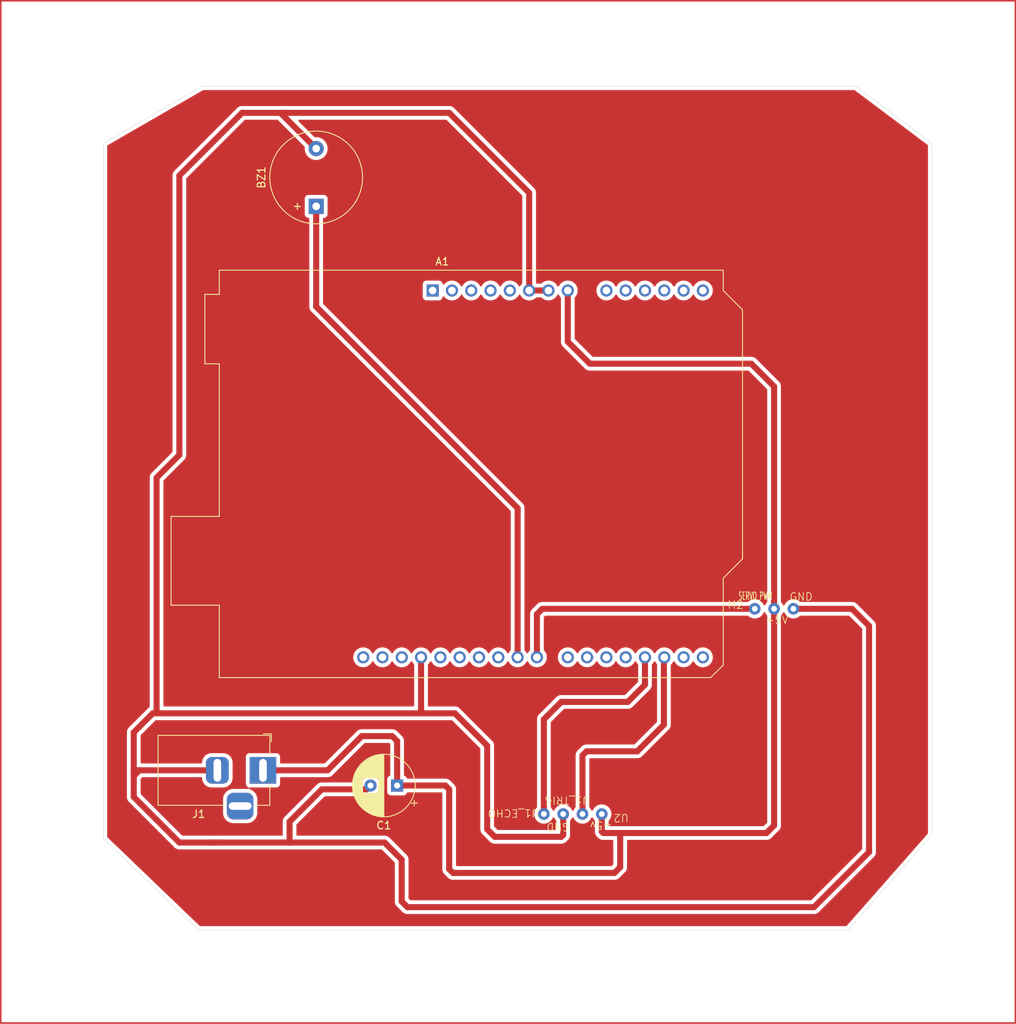
<source format=kicad_pcb>
(kicad_pcb (version 20240108) (generator "pcbnew") (generator_version "8.0")
  (layers (0 "F.Cu" signal) (31 "B.Cu" signal) (34 "B.Paste" user) (35 "F.Paste" user) (36 "B.SilkS" user "B.Silkscreen") (37 "F.SilkS" user "F.Silkscreen") (38 "B.Mask" user) (39 "F.Mask" user) (44 "Edge.Cuts" user))
  (net 0 "")
  (net 2 "/BUZZER")
  (net 3 "/U1_ECHO")
  (net 6 "GND")
  (net 8 "+5V")
  (net 12 "/U1_TRIG")
  (net 29 "/SERVO_PWM")
  (footprint "ultra_modify:ultra_mod" (layer "F.Cu") (at 142.12 125.75 180)
    (property "Reference" "U2" (at 0 -0.5 180) (layer "F.SilkS") (effects (font (thickness 0.1))))
    (property "Value" "Conn_01x04")
    (fp_text user "U1_TRIG" (at 4 2.4 180) (layer "F.SilkS") (effects (font (thickness 0.1)) (justify left bottom)))
    (fp_text user "GND" (at 6.7 -1.1 180) (layer "F.SilkS") (effects (font (thickness 0.1)) (justify left bottom)))
    (fp_text user "+5v" (at 1.1 -0.9 180) (layer "F.SilkS") (effects (font (thickness 0.1)) (justify left bottom)))
    (fp_text user "U1_ECHO" (at 10.7 0.7 180) (layer "F.SilkS") (effects (font (thickness 0.1)) (justify left bottom)))
    (pad "1" thru_hole circle (at 2.54 0 180) (size 1.524 1.524) (drill 0.762) (layers "*.Cu" "*.Mask") (net 8 "+5V"))
    (pad "2" thru_hole circle (at 5.08 0 180) (size 1.524 1.524) (drill 0.762) (layers "*.Cu" "*.Mask") (net 12 "/U1_TRIG"))
    (pad "3" thru_hole circle (at 7.62 0 180) (size 1.524 1.524) (drill 0.762) (layers "*.Cu" "*.Mask") (net 6 "GND"))
    (pad "4" thru_hole circle (at 10.16 0 180) (size 1.524 1.524) (drill 0.762) (layers "*.Cu" "*.Mask") (net 3 "/U1_ECHO"))
  )
  (footprint "Connector_BarrelJack:BarrelJack_Horizontal" (layer "F.Cu") (at 95 120)
    (property "Reference" "J1" (at -8.45 5.75 0) (layer "F.SilkS"))
    (property "Value" "~")
    (fp_line (start -13.8 -4.6) (end 0.9 -4.6) (stroke (width 0.12)) (layer "F.SilkS"))
    (fp_line (start -13.8 4.6) (end -13.8 -4.6) (stroke (width 0.12)) (layer "F.SilkS"))
    (fp_line (start -5 4.6) (end -13.8 4.6) (stroke (width 0.12)) (layer "F.SilkS"))
    (fp_line (start 0.05 -4.8) (end 1.1 -4.8) (stroke (width 0.12)) (layer "F.SilkS"))
    (fp_line (start 0.9 -4.6) (end 0.9 -2) (stroke (width 0.12)) (layer "F.SilkS"))
    (fp_line (start 0.9 1.9) (end 0.9 4.6) (stroke (width 0.12)) (layer "F.SilkS"))
    (fp_line (start 0.9 4.6) (end -1 4.6) (stroke (width 0.12)) (layer "F.SilkS"))
    (fp_line (start 1.1 -3.75) (end 1.1 -4.8) (stroke (width 0.12)) (layer "F.SilkS"))
    (pad "1" thru_hole rect (at 0 0) (size 3.5 3.5) (drill oval 1 3) (layers "*.Cu" "*.Mask") (net 8 "+5V"))
    (pad "2" thru_hole roundrect (at -6 0) (size 3 3.5) (drill oval 1 3) (layers "*.Cu" "*.Mask") (net 6 "GND"))
    (pad "3" thru_hole roundrect (at -3 4.7) (size 3.5 3.5) (drill oval 3 1) (layers "*.Cu" "*.Mask"))
  )
  (footprint "motorCCn:motor_cn" (layer "F.Cu") (at 157.17 98.75)
    (property "Reference" "M2" (at 0 -0.5 0) (layer "F.SilkS") (effects (font (thickness 0.1))))
    (property "Value" "Conn_01x03")
    (fp_text user "GND" (at 7.05 -1 0) (layer "F.SilkS") (effects (font (thickness 0.1)) (justify left bottom)))
    (fp_text user "+5V" (at 3.85 2.05 0) (layer "F.SilkS") (effects (font (thickness 0.1)) (justify left bottom)))
    (fp_text user "SERVO_PWM" (at 0.35 -1.1 0) (layer "F.SilkS") (effects (font (size 1 0.5) (thickness 0.1)) (justify left bottom)))
    (pad "1" thru_hole circle (at 2.54 0) (size 1.524 1.524) (drill 0.762) (layers "*.Cu" "*.Mask") (net 29 "/SERVO_PWM"))
    (pad "2" thru_hole circle (at 5.08 0) (size 1.524 1.524) (drill 0.762) (layers "*.Cu" "*.Mask") (net 8 "+5V"))
    (pad "3" thru_hole circle (at 7.62 0) (size 1.524 1.524) (drill 0.762) (layers "*.Cu" "*.Mask") (net 6 "GND"))
  )
  (footprint "Capacitor_THT:CP_Radial_D8.0mm_P3.50mm" (layer "F.Cu") (at 112.652651 122 180)
    (property "Reference" "C1" (at 1.75 -5.25 0) (layer "F.SilkS"))
    (property "Value" "100μf")
    (fp_line (start 5.831 -0.533) (end 5.831 0.533) (stroke (width 0.12)) (layer "F.SilkS"))
    (fp_line (start 5.791 -0.768) (end 5.791 0.768) (stroke (width 0.12)) (layer "F.SilkS"))
    (fp_line (start 5.751 -0.948) (end 5.751 0.948) (stroke (width 0.12)) (layer "F.SilkS"))
    (fp_line (start 5.711 -1.098) (end 5.711 1.098) (stroke (width 0.12)) (layer "F.SilkS"))
    (fp_line (start 5.671 -1.229) (end 5.671 1.229) (stroke (width 0.12)) (layer "F.SilkS"))
    (fp_line (start 5.631 -1.346) (end 5.631 1.346) (stroke (width 0.12)) (layer "F.SilkS"))
    (fp_line (start 5.591 -1.453) (end 5.591 1.453) (stroke (width 0.12)) (layer "F.SilkS"))
    (fp_line (start 5.551 -1.552) (end 5.551 1.552) (stroke (width 0.12)) (layer "F.SilkS"))
    (fp_line (start 5.511 -1.645) (end 5.511 1.645) (stroke (width 0.12)) (layer "F.SilkS"))
    (fp_line (start 5.471 -1.731) (end 5.471 1.731) (stroke (width 0.12)) (layer "F.SilkS"))
    (fp_line (start 5.431 -1.813) (end 5.431 1.813) (stroke (width 0.12)) (layer "F.SilkS"))
    (fp_line (start 5.391 -1.89) (end 5.391 1.89) (stroke (width 0.12)) (layer "F.SilkS"))
    (fp_line (start 5.351 -1.964) (end 5.351 1.964) (stroke (width 0.12)) (layer "F.SilkS"))
    (fp_line (start 5.311 -2.034) (end 5.311 2.034) (stroke (width 0.12)) (layer "F.SilkS"))
    (fp_line (start 5.271 -2.102) (end 5.271 2.102) (stroke (width 0.12)) (layer "F.SilkS"))
    (fp_line (start 5.231 -2.166) (end 5.231 2.166) (stroke (width 0.12)) (layer "F.SilkS"))
    (fp_line (start 5.191 -2.228) (end 5.191 2.228) (stroke (width 0.12)) (layer "F.SilkS"))
    (fp_line (start 5.151 -2.287) (end 5.151 2.287) (stroke (width 0.12)) (layer "F.SilkS"))
    (fp_line (start 5.111 -2.345) (end 5.111 2.345) (stroke (width 0.12)) (layer "F.SilkS"))
    (fp_line (start 5.071 -2.4) (end 5.071 2.4) (stroke (width 0.12)) (layer "F.SilkS"))
    (fp_line (start 5.031 -2.454) (end 5.031 2.454) (stroke (width 0.12)) (layer "F.SilkS"))
    (fp_line (start 4.991 -2.505) (end 4.991 2.505) (stroke (width 0.12)) (layer "F.SilkS"))
    (fp_line (start 4.951 -2.556) (end 4.951 2.556) (stroke (width 0.12)) (layer "F.SilkS"))
    (fp_line (start 4.911 -2.604) (end 4.911 2.604) (stroke (width 0.12)) (layer "F.SilkS"))
    (fp_line (start 4.871 -2.651) (end 4.871 2.651) (stroke (width 0.12)) (layer "F.SilkS"))
    (fp_line (start 4.831 -2.697) (end 4.831 2.697) (stroke (width 0.12)) (layer "F.SilkS"))
    (fp_line (start 4.791 -2.741) (end 4.791 2.741) (stroke (width 0.12)) (layer "F.SilkS"))
    (fp_line (start 4.751 -2.784) (end 4.751 2.784) (stroke (width 0.12)) (layer "F.SilkS"))
    (fp_line (start 4.711 -2.826) (end 4.711 2.826) (stroke (width 0.12)) (layer "F.SilkS"))
    (fp_line (start 4.671 -2.867) (end 4.671 2.867) (stroke (width 0.12)) (layer "F.SilkS"))
    (fp_line (start 4.631 -2.907) (end 4.631 2.907) (stroke (width 0.12)) (layer "F.SilkS"))
    (fp_line (start 4.591 -2.945) (end 4.591 2.945) (stroke (width 0.12)) (layer "F.SilkS"))
    (fp_line (start 4.551 -2.983) (end 4.551 2.983) (stroke (width 0.12)) (layer "F.SilkS"))
    (fp_line (start 4.511 1.04) (end 4.511 3.019) (stroke (width 0.12)) (layer "F.SilkS"))
    (fp_line (start 4.511 -3.019) (end 4.511 -1.04) (stroke (width 0.12)) (layer "F.SilkS"))
    (fp_line (start 4.471 1.04) (end 4.471 3.055) (stroke (width 0.12)) (layer "F.SilkS"))
    (fp_line (start 4.471 -3.055) (end 4.471 -1.04) (stroke (width 0.12)) (layer "F.SilkS"))
    (fp_line (start 4.431 1.04) (end 4.431 3.09) (stroke (width 0.12)) (layer "F.SilkS"))
    (fp_line (start 4.431 -3.09) (end 4.431 -1.04) (stroke (width 0.12)) (layer "F.SilkS"))
    (fp_line (start 4.391 1.04) (end 4.391 3.124) (stroke (width 0.12)) (layer "F.SilkS"))
    (fp_line (start 4.391 -3.124) (end 4.391 -1.04) (stroke (width 0.12)) (layer "F.SilkS"))
    (fp_line (start 4.351 1.04) (end 4.351 3.156) (stroke (width 0.12)) (layer "F.SilkS"))
    (fp_line (start 4.351 -3.156) (end 4.351 -1.04) (stroke (width 0.12)) (layer "F.SilkS"))
    (fp_line (start 4.311 1.04) (end 4.311 3.189) (stroke (width 0.12)) (layer "F.SilkS"))
    (fp_line (start 4.311 -3.189) (end 4.311 -1.04) (stroke (width 0.12)) (layer "F.SilkS"))
    (fp_line (start 4.271 1.04) (end 4.271 3.22) (stroke (width 0.12)) (layer "F.SilkS"))
    (fp_line (start 4.271 -3.22) (end 4.271 -1.04) (stroke (width 0.12)) (layer "F.SilkS"))
    (fp_line (start 4.231 1.04) (end 4.231 3.25) (stroke (width 0.12)) (layer "F.SilkS"))
    (fp_line (start 4.231 -3.25) (end 4.231 -1.04) (stroke (width 0.12)) (layer "F.SilkS"))
    (fp_line (start 4.191 1.04) (end 4.191 3.28) (stroke (width 0.12)) (layer "F.SilkS"))
    (fp_line (start 4.191 -3.28) (end 4.191 -1.04) (stroke (width 0.12)) (layer "F.SilkS"))
    (fp_line (start 4.151 1.04) (end 4.151 3.309) (stroke (width 0.12)) (layer "F.SilkS"))
    (fp_line (start 4.151 -3.309) (end 4.151 -1.04) (stroke (width 0.12)) (layer "F.SilkS"))
    (fp_line (start 4.111 1.04) (end 4.111 3.338) (stroke (width 0.12)) (layer "F.SilkS"))
    (fp_line (start 4.111 -3.338) (end 4.111 -1.04) (stroke (width 0.12)) (layer "F.SilkS"))
    (fp_line (start 4.071 1.04) (end 4.071 3.365) (stroke (width 0.12)) (layer "F.SilkS"))
    (fp_line (start 4.071 -3.365) (end 4.071 -1.04) (stroke (width 0.12)) (layer "F.SilkS"))
    (fp_line (start 4.031 1.04) (end 4.031 3.392) (stroke (width 0.12)) (layer "F.SilkS"))
    (fp_line (start 4.031 -3.392) (end 4.031 -1.04) (stroke (width 0.12)) (layer "F.SilkS"))
    (fp_line (start 3.991 1.04) (end 3.991 3.418) (stroke (width 0.12)) (layer "F.SilkS"))
    (fp_line (start 3.991 -3.418) (end 3.991 -1.04) (stroke (width 0.12)) (layer "F.SilkS"))
    (fp_line (start 3.951 1.04) (end 3.951 3.444) (stroke (width 0.12)) (layer "F.SilkS"))
    (fp_line (start 3.951 -3.444) (end 3.951 -1.04) (stroke (width 0.12)) (layer "F.SilkS"))
    (fp_line (start 3.911 1.04) (end 3.911 3.469) (stroke (width 0.12)) (layer "F.SilkS"))
    (fp_line (start 3.911 -3.469) (end 3.911 -1.04) (stroke (width 0.12)) (layer "F.SilkS"))
    (fp_line (start 3.871 1.04) (end 3.871 3.493) (stroke (width 0.12)) (layer "F.SilkS"))
    (fp_line (start 3.871 -3.493) (end 3.871 -1.04) (stroke (width 0.12)) (layer "F.SilkS"))
    (fp_line (start 3.831 1.04) (end 3.831 3.517) (stroke (width 0.12)) (layer "F.SilkS"))
    (fp_line (start 3.831 -3.517) (end 3.831 -1.04) (stroke (width 0.12)) (layer "F.SilkS"))
    (fp_line (start 3.791 1.04) (end 3.791 3.54) (stroke (width 0.12)) (layer "F.SilkS"))
    (fp_line (start 3.791 -3.54) (end 3.791 -1.04) (stroke (width 0.12)) (layer "F.SilkS"))
    (fp_line (start 3.751 1.04) (end 3.751 3.562) (stroke (width 0.12)) (layer "F.SilkS"))
    (fp_line (start 3.751 -3.562) (end 3.751 -1.04) (stroke (width 0.12)) (layer "F.SilkS"))
    (fp_line (start 3.711 1.04) (end 3.711 3.584) (stroke (width 0.12)) (layer "F.SilkS"))
    (fp_line (start 3.711 -3.584) (end 3.711 -1.04) (stroke (width 0.12)) (layer "F.SilkS"))
    (fp_line (start 3.671 1.04) (end 3.671 3.606) (stroke (width 0.12)) (layer "F.SilkS"))
    (fp_line (start 3.671 -3.606) (end 3.671 -1.04) (stroke (width 0.12)) (layer "F.SilkS"))
    (fp_line (start 3.631 1.04) (end 3.631 3.627) (stroke (width 0.12)) (layer "F.SilkS"))
    (fp_line (start 3.631 -3.627) (end 3.631 -1.04) (stroke (width 0.12)) (layer "F.SilkS"))
    (fp_line (start 3.591 1.04) (end 3.591 3.647) (stroke (width 0.12)) (layer "F.SilkS"))
    (fp_line (start 3.591 -3.647) (end 3.591 -1.04) (stroke (width 0.12)) (layer "F.SilkS"))
    (fp_line (start 3.551 1.04) (end 3.551 3.666) (stroke (width 0.12)) (layer "F.SilkS"))
    (fp_line (start 3.551 -3.666) (end 3.551 -1.04) (stroke (width 0.12)) (layer "F.SilkS"))
    (fp_line (start 3.511 1.04) (end 3.511 3.686) (stroke (width 0.12)) (layer "F.SilkS"))
    (fp_line (start 3.511 -3.686) (end 3.511 -1.04) (stroke (width 0.12)) (layer "F.SilkS"))
    (fp_line (start 3.471 1.04) (end 3.471 3.704) (stroke (width 0.12)) (layer "F.SilkS"))
    (fp_line (start 3.471 -3.704) (end 3.471 -1.04) (stroke (width 0.12)) (layer "F.SilkS"))
    (fp_line (start 3.431 1.04) (end 3.431 3.722) (stroke (width 0.12)) (layer "F.SilkS"))
    (fp_line (start 3.431 -3.722) (end 3.431 -1.04) (stroke (width 0.12)) (layer "F.SilkS"))
    (fp_line (start 3.391 1.04) (end 3.391 3.74) (stroke (width 0.12)) (layer "F.SilkS"))
    (fp_line (start 3.391 -3.74) (end 3.391 -1.04) (stroke (width 0.12)) (layer "F.SilkS"))
    (fp_line (start 3.351 1.04) (end 3.351 3.757) (stroke (width 0.12)) (layer "F.SilkS"))
    (fp_line (start 3.351 -3.757) (end 3.351 -1.04) (stroke (width 0.12)) (layer "F.SilkS"))
    (fp_line (start 3.311 1.04) (end 3.311 3.774) (stroke (width 0.12)) (layer "F.SilkS"))
    (fp_line (start 3.311 -3.774) (end 3.311 -1.04) (stroke (width 0.12)) (layer "F.SilkS"))
    (fp_line (start 3.271 1.04) (end 3.271 3.79) (stroke (width 0.12)) (layer "F.SilkS"))
    (fp_line (start 3.271 -3.79) (end 3.271 -1.04) (stroke (width 0.12)) (layer "F.SilkS"))
    (fp_line (start 3.231 1.04) (end 3.231 3.805) (stroke (width 0.12)) (layer "F.SilkS"))
    (fp_line (start 3.231 -3.805) (end 3.231 -1.04) (stroke (width 0.12)) (layer "F.SilkS"))
    (fp_line (start 3.191 1.04) (end 3.191 3.821) (stroke (width 0.12)) (layer "F.SilkS"))
    (fp_line (start 3.191 -3.821) (end 3.191 -1.04) (stroke (width 0.12)) (layer "F.SilkS"))
    (fp_line (start 3.151 1.04) (end 3.151 3.835) (stroke (width 0.12)) (layer "F.SilkS"))
    (fp_line (start 3.151 -3.835) (end 3.151 -1.04) (stroke (width 0.12)) (layer "F.SilkS"))
    (fp_line (start 3.111 1.04) (end 3.111 3.85) (stroke (width 0.12)) (layer "F.SilkS"))
    (fp_line (start 3.111 -3.85) (end 3.111 -1.04) (stroke (width 0.12)) (layer "F.SilkS"))
    (fp_line (start 3.071 1.04) (end 3.071 3.863) (stroke (width 0.12)) (layer "F.SilkS"))
    (fp_line (start 3.071 -3.863) (end 3.071 -1.04) (stroke (width 0.12)) (layer "F.SilkS"))
    (fp_line (start 3.031 1.04) (end 3.031 3.877) (stroke (width 0.12)) (layer "F.SilkS"))
    (fp_line (start 3.031 -3.877) (end 3.031 -1.04) (stroke (width 0.12)) (layer "F.SilkS"))
    (fp_line (start 2.991 1.04) (end 2.991 3.889) (stroke (width 0.12)) (layer "F.SilkS"))
    (fp_line (start 2.991 -3.889) (end 2.991 -1.04) (stroke (width 0.12)) (layer "F.SilkS"))
    (fp_line (start 2.951 1.04) (end 2.951 3.902) (stroke (width 0.12)) (layer "F.SilkS"))
    (fp_line (start 2.951 -3.902) (end 2.951 -1.04) (stroke (width 0.12)) (layer "F.SilkS"))
    (fp_line (start 2.911 1.04) (end 2.911 3.914) (stroke (width 0.12)) (layer "F.SilkS"))
    (fp_line (start 2.911 -3.914) (end 2.911 -1.04) (stroke (width 0.12)) (layer "F.SilkS"))
    (fp_line (start 2.871 1.04) (end 2.871 3.925) (stroke (width 0.12)) (layer "F.SilkS"))
    (fp_line (start 2.871 -3.925) (end 2.871 -1.04) (stroke (width 0.12)) (layer "F.SilkS"))
    (fp_line (start 2.831 1.04) (end 2.831 3.936) (stroke (width 0.12)) (layer "F.SilkS"))
    (fp_line (start 2.831 -3.936) (end 2.831 -1.04) (stroke (width 0.12)) (layer "F.SilkS"))
    (fp_line (start 2.791 1.04) (end 2.791 3.947) (stroke (width 0.12)) (layer "F.SilkS"))
    (fp_line (start 2.791 -3.947) (end 2.791 -1.04) (stroke (width 0.12)) (layer "F.SilkS"))
    (fp_line (start 2.751 1.04) (end 2.751 3.957) (stroke (width 0.12)) (layer "F.SilkS"))
    (fp_line (start 2.751 -3.957) (end 2.751 -1.04) (stroke (width 0.12)) (layer "F.SilkS"))
    (fp_line (start 2.711 1.04) (end 2.711 3.967) (stroke (width 0.12)) (layer "F.SilkS"))
    (fp_line (start 2.711 -3.967) (end 2.711 -1.04) (stroke (width 0.12)) (layer "F.SilkS"))
    (fp_line (start 2.671 1.04) (end 2.671 3.976) (stroke (width 0.12)) (layer "F.SilkS"))
    (fp_line (start 2.671 -3.976) (end 2.671 -1.04) (stroke (width 0.12)) (layer "F.SilkS"))
    (fp_line (start 2.631 1.04) (end 2.631 3.985) (stroke (width 0.12)) (layer "F.SilkS"))
    (fp_line (start 2.631 -3.985) (end 2.631 -1.04) (stroke (width 0.12)) (layer "F.SilkS"))
    (fp_line (start 2.591 1.04) (end 2.591 3.994) (stroke (width 0.12)) (layer "F.SilkS"))
    (fp_line (start 2.591 -3.994) (end 2.591 -1.04) (stroke (width 0.12)) (layer "F.SilkS"))
    (fp_line (start 2.551 1.04) (end 2.551 4.002) (stroke (width 0.12)) (layer "F.SilkS"))
    (fp_line (start 2.551 -4.002) (end 2.551 -1.04) (stroke (width 0.12)) (layer "F.SilkS"))
    (fp_line (start 2.511 1.04) (end 2.511 4.01) (stroke (width 0.12)) (layer "F.SilkS"))
    (fp_line (start 2.511 -4.01) (end 2.511 -1.04) (stroke (width 0.12)) (layer "F.SilkS"))
    (fp_line (start 2.471 1.04) (end 2.471 4.017) (stroke (width 0.12)) (layer "F.SilkS"))
    (fp_line (start 2.471 -4.017) (end 2.471 -1.04) (stroke (width 0.12)) (layer "F.SilkS"))
    (fp_line (start 2.43 -4.024) (end 2.43 4.024) (stroke (width 0.12)) (layer "F.SilkS"))
    (fp_line (start 2.39 -4.03) (end 2.39 4.03) (stroke (width 0.12)) (layer "F.SilkS"))
    (fp_line (start 2.35 -4.037) (end 2.35 4.037) (stroke (width 0.12)) (layer "F.SilkS"))
    (fp_line (start 2.31 -4.042) (end 2.31 4.042) (stroke (width 0.12)) (layer "F.SilkS"))
    (fp_line (start 2.27 -4.048) (end 2.27 4.048) (stroke (width 0.12)) (layer "F.SilkS"))
    (fp_line (start 2.23 -4.052) (end 2.23 4.052) (stroke (width 0.12)) (layer "F.SilkS"))
    (fp_line (start 2.19 -4.057) (end 2.19 4.057) (stroke (width 0.12)) (layer "F.SilkS"))
    (fp_line (start 2.15 -4.061) (end 2.15 4.061) (stroke (width 0.12)) (layer "F.SilkS"))
    (fp_line (start 2.11 -4.065) (end 2.11 4.065) (stroke (width 0.12)) (layer "F.SilkS"))
    (fp_line (start 2.07 -4.068) (end 2.07 4.068) (stroke (width 0.12)) (layer "F.SilkS"))
    (fp_line (start 2.03 -4.071) (end 2.03 4.071) (stroke (width 0.12)) (layer "F.SilkS"))
    (fp_line (start 1.99 -4.074) (end 1.99 4.074) (stroke (width 0.12)) (layer "F.SilkS"))
    (fp_line (start 1.95 -4.076) (end 1.95 4.076) (stroke (width 0.12)) (layer "F.SilkS"))
    (fp_line (start 1.91 -4.077) (end 1.91 4.077) (stroke (width 0.12)) (layer "F.SilkS"))
    (fp_line (start 1.87 -4.079) (end 1.87 4.079) (stroke (width 0.12)) (layer "F.SilkS"))
    (fp_line (start 1.83 -4.08) (end 1.83 4.08) (stroke (width 0.12)) (layer "F.SilkS"))
    (fp_line (start 1.79 -4.08) (end 1.79 4.08) (stroke (width 0.12)) (layer "F.SilkS"))
    (fp_line (start 1.75 -4.08) (end 1.75 4.08) (stroke (width 0.12)) (layer "F.SilkS"))
    (fp_line (start -2.259698 -2.715) (end -2.259698 -1.915) (stroke (width 0.12)) (layer "F.SilkS"))
    (fp_line (start -2.659698 -2.315) (end -1.859698 -2.315) (stroke (width 0.12)) (layer "F.SilkS"))
    (fp_circle (center 1.75 0) (end 5.87 0) (stroke (width 0.12)) (fill none) (layer "F.SilkS"))
    (pad "1" thru_hole rect (at 0 0 180) (size 1.6 1.6) (drill 0.8) (layers "*.Cu" "*.Mask") (net 8 "+5V"))
    (pad "2" thru_hole circle (at 3.5 0 180) (size 1.6 1.6) (drill 0.8) (layers "*.Cu" "*.Mask") (net 6 "GND"))
  )
  (footprint "Module:Arduino_UNO_R3" (layer "F.Cu") (at 117.325 56.87)
    (property "Reference" "A1" (at 1.27 -3.81 180) (layer "F.SilkS"))
    (property "Value" "Arduino_UNO_R3")
    (fp_line (start -34.42 29.72) (end -34.42 41.4) (stroke (width 0.12)) (layer "F.SilkS"))
    (fp_line (start -34.42 41.4) (end -28.07 41.4) (stroke (width 0.12)) (layer "F.SilkS"))
    (fp_line (start -29.97 0.51) (end -29.97 9.65) (stroke (width 0.12)) (layer "F.SilkS"))
    (fp_line (start -29.97 9.65) (end -28.07 9.65) (stroke (width 0.12)) (layer "F.SilkS"))
    (fp_line (start -28.07 -2.67) (end -28.07 0.51) (stroke (width 0.12)) (layer "F.SilkS"))
    (fp_line (start -28.07 0.51) (end -29.97 0.51) (stroke (width 0.12)) (layer "F.SilkS"))
    (fp_line (start -28.07 9.65) (end -28.07 29.72) (stroke (width 0.12)) (layer "F.SilkS"))
    (fp_line (start -28.07 29.72) (end -34.42 29.72) (stroke (width 0.12)) (layer "F.SilkS"))
    (fp_line (start -28.07 41.4) (end -28.07 50.93) (stroke (width 0.12)) (layer "F.SilkS"))
    (fp_line (start -28.07 50.93) (end 36.58 50.93) (stroke (width 0.12)) (layer "F.SilkS"))
    (fp_line (start 36.58 50.93) (end 38.23 49.28) (stroke (width 0.12)) (layer "F.SilkS"))
    (fp_line (start 38.23 -2.67) (end -28.07 -2.67) (stroke (width 0.12)) (layer "F.SilkS"))
    (fp_line (start 38.23 0) (end 38.23 -2.67) (stroke (width 0.12)) (layer "F.SilkS"))
    (fp_line (start 38.23 37.85) (end 40.77 35.31) (stroke (width 0.12)) (layer "F.SilkS"))
    (fp_line (start 38.23 49.28) (end 38.23 37.85) (stroke (width 0.12)) (layer "F.SilkS"))
    (fp_line (start 40.77 2.54) (end 38.23 0) (stroke (width 0.12)) (layer "F.SilkS"))
    (fp_line (start 40.77 35.31) (end 40.77 2.54) (stroke (width 0.12)) (layer "F.SilkS"))
    (pad "1" thru_hole rect (at 0 0 90) (size 1.6 1.6) (drill 1) (layers "*.Cu" "*.Mask"))
    (pad "2" thru_hole oval (at 2.54 0 90) (size 1.6 1.6) (drill 1) (layers "*.Cu" "*.Mask"))
    (pad "3" thru_hole oval (at 5.08 0 90) (size 1.6 1.6) (drill 1) (layers "*.Cu" "*.Mask"))
    (pad "4" thru_hole oval (at 7.62 0 90) (size 1.6 1.6) (drill 1) (layers "*.Cu" "*.Mask"))
    (pad "5" thru_hole oval (at 10.16 0 90) (size 1.6 1.6) (drill 1) (layers "*.Cu" "*.Mask"))
    (pad "6" thru_hole oval (at 12.7 0 90) (size 1.6 1.6) (drill 1) (layers "*.Cu" "*.Mask") (net 6 "GND"))
    (pad "7" thru_hole oval (at 15.24 0 90) (size 1.6 1.6) (drill 1) (layers "*.Cu" "*.Mask") (net 6 "GND"))
    (pad "8" thru_hole oval (at 17.78 0 90) (size 1.6 1.6) (drill 1) (layers "*.Cu" "*.Mask") (net 8 "+5V"))
    (pad "9" thru_hole oval (at 22.86 0 90) (size 1.6 1.6) (drill 1) (layers "*.Cu" "*.Mask"))
    (pad "10" thru_hole oval (at 25.4 0 90) (size 1.6 1.6) (drill 1) (layers "*.Cu" "*.Mask"))
    (pad "11" thru_hole oval (at 27.94 0 90) (size 1.6 1.6) (drill 1) (layers "*.Cu" "*.Mask"))
    (pad "12" thru_hole oval (at 30.48 0 90) (size 1.6 1.6) (drill 1) (layers "*.Cu" "*.Mask"))
    (pad "13" thru_hole oval (at 33.02 0 90) (size 1.6 1.6) (drill 1) (layers "*.Cu" "*.Mask"))
    (pad "14" thru_hole oval (at 35.56 0 90) (size 1.6 1.6) (drill 1) (layers "*.Cu" "*.Mask"))
    (pad "15" thru_hole oval (at 35.56 48.26 90) (size 1.6 1.6) (drill 1) (layers "*.Cu" "*.Mask"))
    (pad "16" thru_hole oval (at 33.02 48.26 90) (size 1.6 1.6) (drill 1) (layers "*.Cu" "*.Mask"))
    (pad "17" thru_hole oval (at 30.48 48.26 90) (size 1.6 1.6) (drill 1) (layers "*.Cu" "*.Mask") (net 12 "/U1_TRIG"))
    (pad "18" thru_hole oval (at 27.94 48.26 90) (size 1.6 1.6) (drill 1) (layers "*.Cu" "*.Mask") (net 3 "/U1_ECHO"))
    (pad "19" thru_hole oval (at 25.4 48.26 90) (size 1.6 1.6) (drill 1) (layers "*.Cu" "*.Mask"))
    (pad "20" thru_hole oval (at 22.86 48.26 90) (size 1.6 1.6) (drill 1) (layers "*.Cu" "*.Mask"))
    (pad "21" thru_hole oval (at 20.32 48.26 90) (size 1.6 1.6) (drill 1) (layers "*.Cu" "*.Mask"))
    (pad "22" thru_hole oval (at 17.78 48.26 90) (size 1.6 1.6) (drill 1) (layers "*.Cu" "*.Mask"))
    (pad "23" thru_hole oval (at 13.72 48.26 90) (size 1.6 1.6) (drill 1) (layers "*.Cu" "*.Mask") (net 29 "/SERVO_PWM"))
    (pad "24" thru_hole oval (at 11.18 48.26 90) (size 1.6 1.6) (drill 1) (layers "*.Cu" "*.Mask") (net 2 "/BUZZER"))
    (pad "25" thru_hole oval (at 8.64 48.26 90) (size 1.6 1.6) (drill 1) (layers "*.Cu" "*.Mask"))
    (pad "26" thru_hole oval (at 6.1 48.26 90) (size 1.6 1.6) (drill 1) (layers "*.Cu" "*.Mask"))
    (pad "27" thru_hole oval (at 3.56 48.26 90) (size 1.6 1.6) (drill 1) (layers "*.Cu" "*.Mask"))
    (pad "28" thru_hole oval (at 1.02 48.26 90) (size 1.6 1.6) (drill 1) (layers "*.Cu" "*.Mask"))
    (pad "29" thru_hole oval (at -1.52 48.26 90) (size 1.6 1.6) (drill 1) (layers "*.Cu" "*.Mask") (net 6 "GND"))
    (pad "30" thru_hole oval (at -4.06 48.26 90) (size 1.6 1.6) (drill 1) (layers "*.Cu" "*.Mask"))
    (pad "31" thru_hole oval (at -6.6 48.26 90) (size 1.6 1.6) (drill 1) (layers "*.Cu" "*.Mask"))
    (pad "32" thru_hole oval (at -9.14 48.26 90) (size 1.6 1.6) (drill 1) (layers "*.Cu" "*.Mask"))
  )
  (footprint "Buzzer_Beeper:Buzzer_12x9.5RM7.6" (layer "F.Cu") (at 102 45.8 90)
    (property "Reference" "BZ1" (at 3.8 -7.2 90) (layer "F.SilkS"))
    (property "Value" "Buzzer")
    (fp_circle (center 3.8 0) (end 9.9 0) (stroke (width 0.12)) (fill none) (layer "F.SilkS"))
    (fp_text user "+" (at -0.01 -2.54 90) (layer "F.SilkS"))
    (pad "1" thru_hole rect (at 0 0 90) (size 2 2) (drill 1) (layers "*.Cu" "*.Mask") (net 2 "/BUZZER"))
    (pad "2" thru_hole circle (at 7.6 0 90) (size 2 2) (drill 1) (layers "*.Cu" "*.Mask") (net 6 "GND"))
  )
  (gr_rect (start 60.5 18.75) (end 194 153.25) (stroke (width 0.2)) (fill none) (layer "F.Cu"))
  (gr_line (start 183 37.5) (end 173 30) (stroke (width 0.05)) (layer "Edge.Cuts"))
  (gr_line (start 74 37.5) (end 74 129) (stroke (width 0.05)) (layer "Edge.Cuts"))
  (gr_line (start 86.5 141) (end 172 141) (stroke (width 0.05)) (layer "Edge.Cuts"))
  (gr_line (start 173 30) (end 87 30) (stroke (width 0.05)) (layer "Edge.Cuts"))
  (gr_line (start 183 128.5) (end 183 37.5) (stroke (width 0.05)) (layer "Edge.Cuts"))
  (gr_line (start 172 141) (end 183 128.5) (stroke (width 0.05)) (layer "Edge.Cuts"))
  (gr_line (start 74 129) (end 86.5 141) (stroke (width 0.05)) (layer "Edge.Cuts"))
  (gr_line (start 87 30) (end 74 37.5) (stroke (width 0.05)) (layer "Edge.Cuts"))
  (segment (start 128.505 85.505) (end 102 59) (width 0.8) (layer "F.Cu") (net 2))
  (segment (start 102 59) (end 102 45.8) (width 0.8) (layer "F.Cu") (net 2))
  (segment (start 128.505 105.13) (end 128.505 85.505) (width 0.8) (layer "F.Cu") (net 2))
  (segment (start 143 111) (end 134.25 111) (width 0.8) (layer "F.Cu") (net 3))
  (segment (start 145.265 105.13) (end 145.265 108.735) (width 0.8) (layer "F.Cu") (net 3))
  (segment (start 134.25 111) (end 131.96 113.29) (width 0.8) (layer "F.Cu") (net 3))
  (segment (start 145.265 108.735) (end 143 111) (width 0.8) (layer "F.Cu") (net 3))
  (segment (start 131.96 113.29) (end 131.96 125.75) (width 0.8) (layer "F.Cu") (net 3))
  (segment (start 102 38.2) (end 97.5 33.7) (width 0.8) (layer "F.Cu") (net 6))
  (segment (start 134.5 128.5) (end 134.5 125.75) (width 0.8) (layer "F.Cu") (net 6))
  (segment (start 111 129.5) (end 113.25 131.75) (width 0.8) (layer "F.Cu") (net 6))
  (segment (start 124.5 127.75) (end 125.5 128.75) (width 0.8) (layer "F.Cu") (net 6))
  (segment (start 114 138) (end 167.5 138) (width 0.8) (layer "F.Cu") (net 6))
  (segment (start 124.5 116.75) (end 124.5 127.75) (width 0.8) (layer "F.Cu") (net 6))
  (segment (start 115.805 111.5) (end 115.805 112.5) (width 0.8) (layer "F.Cu") (net 6))
  (segment (start 80.5 112.5) (end 78 115) (width 0.8) (layer "F.Cu") (net 6))
  (segment (start 81 112.5) (end 80.5 112.5) (width 0.8) (layer "F.Cu") (net 6))
  (segment (start 115.805 112.5) (end 120.25 112.5) (width 0.8) (layer "F.Cu") (net 6))
  (segment (start 113.25 131.75) (end 113.25 137.25) (width 0.8) (layer "F.Cu") (net 6))
  (segment (start 78 123.5) (end 84 129.5) (width 0.8) (layer "F.Cu") (net 6))
  (segment (start 92.25 33.5) (end 97.5 33.5) (width 0.8) (layer "F.Cu") (net 6))
  (segment (start 113.25 137.25) (end 114 138) (width 0.8) (layer "F.Cu") (net 6))
  (segment (start 88.25 129.5) (end 89 129.5) (width 0.8) (layer "F.Cu") (net 6))
  (segment (start 78 119.75) (end 78.25 120) (width 0.8) (layer "F.Cu") (net 6))
  (segment (start 120.25 112.5) (end 124.5 116.75) (width 0.8) (layer "F.Cu") (net 6))
  (segment (start 167.5 138) (end 174.75 130.75) (width 0.8) (layer "F.Cu") (net 6))
  (segment (start 78 119.75) (end 78 120.75) (width 0.8) (layer "F.Cu") (net 6))
  (segment (start 130.025 56.87) (end 130.025 44.025) (width 0.8) (layer "F.Cu") (net 6))
  (segment (start 174.75 101) (end 172.5 98.75) (width 0.8) (layer "F.Cu") (net 6))
  (segment (start 78 115) (end 78 119.75) (width 0.8) (layer "F.Cu") (net 6))
  (segment (start 102.75 122.5) (end 108.652651 122.5) (width 0.8) (layer "F.Cu") (net 6))
  (segment (start 88.25 129.5) (end 98.5 129.5) (width 0.8) (layer "F.Cu") (net 6))
  (segment (start 81 81.5) (end 84 78.5) (width 0.8) (layer "F.Cu") (net 6))
  (segment (start 98.5 129.5) (end 111 129.5) (width 0.8) (layer "F.Cu") (net 6))
  (segment (start 98.5 129.5) (end 98.5 126.75) (width 0.8) (layer "F.Cu") (net 6))
  (segment (start 97.5 33.7) (end 97.5 33.5) (width 0.8) (layer "F.Cu") (net 6))
  (segment (start 98.5 126.75) (end 102.75 122.5) (width 0.8) (layer "F.Cu") (net 6))
  (segment (start 174.75 130.5) (end 174.75 101) (width 0.8) (layer "F.Cu") (net 6))
  (segment (start 172.5 98.75) (end 164.79 98.75) (width 0.8) (layer "F.Cu") (net 6))
  (segment (start 81 112.5) (end 81 81.5) (width 0.8) (layer "F.Cu") (net 6))
  (segment (start 78 120.75) (end 78 123.5) (width 0.8) (layer "F.Cu") (net 6))
  (segment (start 108.652651 122.5) (end 109.152651 122) (width 0.8) (layer "F.Cu") (net 6))
  (segment (start 115.805 105.13) (end 115.805 111.5) (width 0.8) (layer "F.Cu") (net 6))
  (segment (start 78.25 120) (end 78.75 120) (width 0.8) (layer "F.Cu") (net 6))
  (segment (start 115.805 112.5) (end 81 112.5) (width 0.8) (layer "F.Cu") (net 6))
  (segment (start 119.5 33.5) (end 97.5 33.5) (width 0.8) (layer "F.Cu") (net 6))
  (segment (start 174.75 130.75) (end 174.75 130.25) (width 0.8) (layer "F.Cu") (net 6))
  (segment (start 84 129.5) (end 88.25 129.5) (width 0.8) (layer "F.Cu") (net 6))
  (segment (start 134.25 128.75) (end 134.5 128.5) (width 0.8) (layer "F.Cu") (net 6))
  (segment (start 84 78.5) (end 84 41.75) (width 0.8) (layer "F.Cu") (net 6))
  (segment (start 84 41.75) (end 92.25 33.5) (width 0.8) (layer "F.Cu") (net 6))
  (segment (start 125.5 128.75) (end 134.25 128.75) (width 0.8) (layer "F.Cu") (net 6))
  (segment (start 78.75 120) (end 89 120) (width 0.8) (layer "F.Cu") (net 6))
  (segment (start 78 120.75) (end 78.75 120) (width 0.8) (layer "F.Cu") (net 6))
  (segment (start 130.025 56.87) (end 132.565 56.87) (width 0.8) (layer "F.Cu") (net 6))
  (segment (start 130.025 44.025) (end 119.5 33.5) (width 0.8) (layer "F.Cu") (net 6))
  (segment (start 112.652651 122) (end 119 122) (width 0.8) (layer "F.Cu") (net 8))
  (segment (start 112.652651 116.152651) (end 112.652651 122) (width 0.8) (layer "F.Cu") (net 8))
  (segment (start 162.25 98.75) (end 162.25 127.25) (width 0.8) (layer "F.Cu") (net 8))
  (segment (start 119.5 133) (end 120 133.5) (width 0.8) (layer "F.Cu") (net 8))
  (segment (start 159.25 66.5) (end 162.25 69.5) (width 0.8) (layer "F.Cu") (net 8))
  (segment (start 135.105 63.605) (end 138 66.5) (width 0.8) (layer "F.Cu") (net 8))
  (segment (start 162.25 69.5) (end 162.25 98.75) (width 0.8) (layer "F.Cu") (net 8))
  (segment (start 139.58 125.75) (end 139.58 127) (width 0.8) (layer "F.Cu") (net 8))
  (segment (start 162.25 127.25) (end 161.25 128.25) (width 0.8) (layer "F.Cu") (net 8))
  (segment (start 112 115.5) (end 112.652651 116.152651) (width 0.8) (layer "F.Cu") (net 8))
  (segment (start 142 132.75) (end 142 128.25) (width 0.8) (layer "F.Cu") (net 8))
  (segment (start 139.58 128.08) (end 139.75 128.25) (width 0.2) (layer "F.Cu") (net 8))
  (segment (start 135.105 56.87) (end 135.105 63.605) (width 0.8) (layer "F.Cu") (net 8))
  (segment (start 142 128.25) (end 139.75 128.25) (width 0.8) (layer "F.Cu") (net 8))
  (segment (start 161.25 128.25) (end 142 128.25) (width 0.8) (layer "F.Cu") (net 8))
  (segment (start 138 66.5) (end 159.25 66.5) (width 0.8) (layer "F.Cu") (net 8))
  (segment (start 141.25 133.5) (end 142 132.75) (width 0.8) (layer "F.Cu") (net 8))
  (segment (start 119 122) (end 119.5 122.5) (width 0.8) (layer "F.Cu") (net 8))
  (segment (start 139.58 127) (end 139.58 128.08) (width 0.8) (layer "F.Cu") (net 8))
  (segment (start 95 120) (end 103.5 120) (width 0.8) (layer "F.Cu") (net 8))
  (segment (start 120 133.5) (end 141.25 133.5) (width 0.8) (layer "F.Cu") (net 8))
  (segment (start 108 115.5) (end 112 115.5) (width 0.8) (layer "F.Cu") (net 8))
  (segment (start 103.5 120) (end 108 115.5) (width 0.8) (layer "F.Cu") (net 8))
  (segment (start 119.5 122.5) (end 119.5 133) (width 0.8) (layer "F.Cu") (net 8))
  (segment (start 147.805 105.305) (end 148 105.5) (width 0.8) (layer "F.Cu") (net 12))
  (segment (start 137.04 118.04) (end 137.04 125.75) (width 0.8) (layer "F.Cu") (net 12))
  (segment (start 147.805 105.13) (end 147.805 105.305) (width 0.8) (layer "F.Cu") (net 12))
  (segment (start 144.25 117.5) (end 137.58 117.5) (width 0.8) (layer "F.Cu") (net 12))
  (segment (start 147.75 114) (end 144.25 117.5) (width 0.8) (layer "F.Cu") (net 12))
  (segment (start 147.805 105.13) (end 147.75 105.185) (width 0.8) (layer "F.Cu") (net 12))
  (segment (start 147.75 105.185) (end 147.75 114) (width 0.8) (layer "F.Cu") (net 12))
  (segment (start 137.58 117.5) (end 137.04 118.04) (width 0.8) (layer "F.Cu") (net 12))
  (segment (start 131.045 99.455) (end 131.045 105.13) (width 0.8) (layer "F.Cu") (net 29))
  (segment (start 131.75 98.75) (end 131.045 99.455) (width 0.8) (layer "F.Cu") (net 29))
  (segment (start 131.75 98.75) (end 159.71 98.75) (width 0.8) (layer "F.Cu") (net 29))
  (zone (net 0) (net_name "") (layer "F.Cu") (connect_pads (clearance 0.5)) (min_thickness 0.25) (fill yes (thermal_gap 0.5) (thermal_bridge_width 0.5) (island_removal_mode 1) (island_area_min 10))
    (polygon (pts (xy 194 18.75) (xy 60.5 18.75) (xy 60.5 153.25) (xy 194 153.25)))
  )
)
</source>
